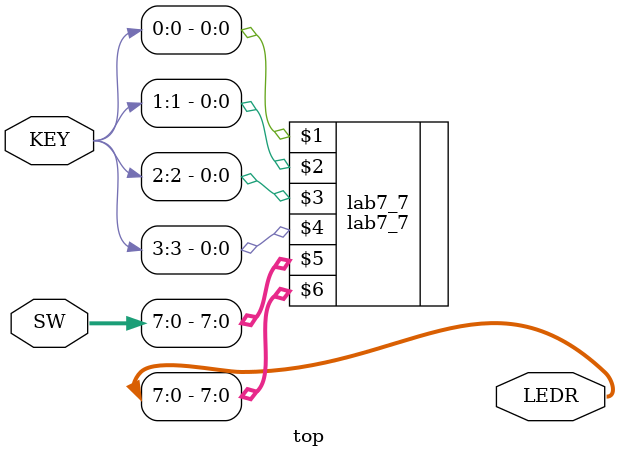
<source format=v>

module top (SW, KEY, LEDR);

    input wire [9:0] SW;        // DE-series switches
    input wire [3:0] KEY;       // DE-series pushbuttons

    output wire [9:0] LEDR;     // DE-series LEDs   

    lab7_7 lab7_7 (KEY[0], KEY[1], KEY[2], KEY[3], SW[7:0], LEDR[7:0]);
 
endmodule


</source>
